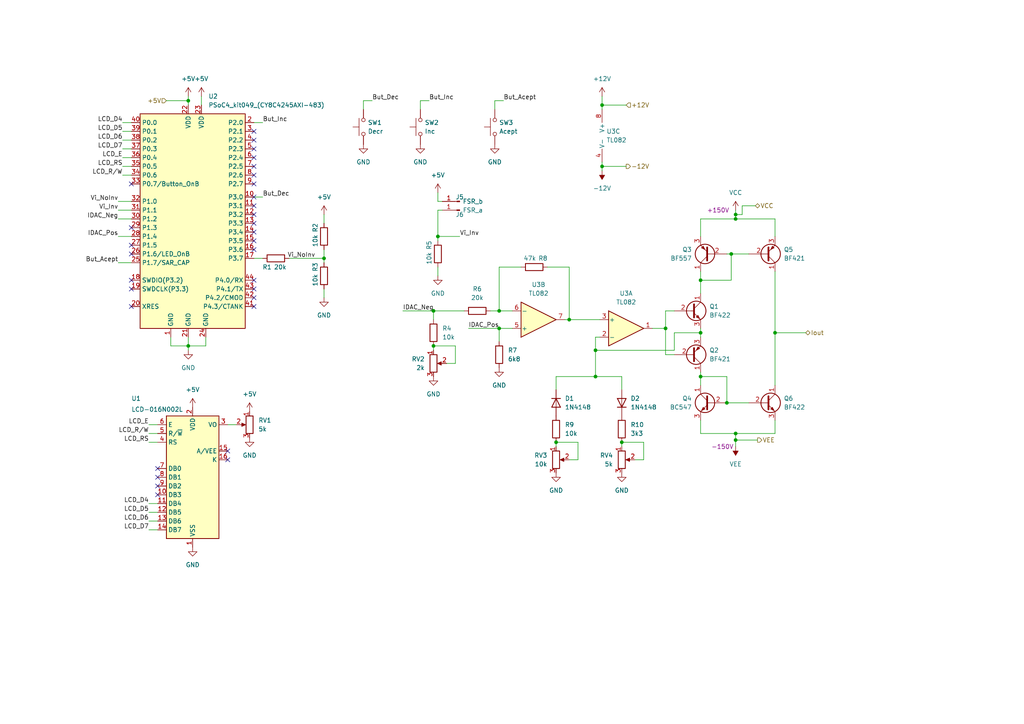
<source format=kicad_sch>
(kicad_sch (version 20211123) (generator eeschema)
  (paper "A4")
  (title_block (title "Control_con_PSoC4_y_Fuente_de_corriente") (date "2022-08-27") (rev "1") (company "FaCENA-UNNE") (comment 1 "Dispositivo para relevamiento de umbrales de sensibilidad tactil.") (comment 2 "Tesis MIB: García Cabrera, Jeremías A."))
  (lib_symbols
    (symbol "Amplifier_Operational:TL082" (pin_names (offset 0.127))
      (property "Reference" "U" (at 0 5.08 0))
      (property "Value" "TL082" (at 0 -5.08 0))
      (symbol "TL082_1_1"
        (polyline (pts (xy -5.08 5.08) (xy 5.08 0) (xy -5.08 -5.08) (xy -5.08 5.08)) (stroke (width 0.254)) (fill (type background)))
        (pin output line (at 7.62 0 180) (length 2.54) (name "~") (number "1"))
        (pin input line (at -7.62 -2.54 0) (length 2.54) (name "-") (number "2"))
        (pin input line (at -7.62 2.54 0) (length 2.54) (name "+") (number "3"))
      )
      (symbol "TL082_2_1"
        (polyline (pts (xy -5.08 5.08) (xy 5.08 0) (xy -5.08 -5.08) (xy -5.08 5.08)) (stroke (width 0.254)) (fill (type background)))
        (pin input line (at -7.62 2.54 0) (length 2.54) (name "+") (number "5"))
        (pin input line (at -7.62 -2.54 0) (length 2.54) (name "-") (number "6"))
        (pin output line (at 7.62 0 180) (length 2.54) (name "~") (number "7"))
      )
      (symbol "TL082_3_1"
        (pin power_in line (at -2.54 -7.62 90) (length 3.81) (name "V-") (number "4"))
        (pin power_in line (at -2.54 7.62 270) (length 3.81) (name "V+") (number "8"))
      )
    )
    (symbol "Connector:Conn_01x01_Male" (pin_names (offset 1.016) hide)
      (property "Reference" "J" (at 0 2.54 0))
      (property "Value" "Conn_01x01_Male" (at 0 -2.54 0))
      (symbol "Conn_01x01_Male_1_1"
        (polyline (pts (xy 1.27 0) (xy 0.8636 0)) (stroke (width 0.1524)))
        (rectangle (start 0.8636 0.127) (end 0 -0.127) (stroke (width 0.1524)) (fill (type outline)))
        (pin passive line (at 5.08 0 180) (length 3.81) (name "Pin_1") (number "1"))
      )
    )
    (symbol "Device:R" (pin_numbers hide) (pin_names (offset 0))
      (property "Reference" "R" (at 2.032 0 90))
      (property "Value" "R" (at 0 0 90))
      (symbol "R_0_1"
        (rectangle (start -1.016 -2.54) (end 1.016 2.54) (stroke (width 0.254)))
      )
      (symbol "R_1_1"
        (pin passive line (at 0 3.81 270) (length 1.27) (name "~") (number "1"))
        (pin passive line (at 0 -3.81 90) (length 1.27) (name "~") (number "2"))
      )
    )
    (symbol "Device:R_Potentiometer" (pin_names (offset 1.016) hide)
      (property "Reference" "RV" (at -4.445 0 90))
      (property "Value" "R_Potentiometer" (at -2.54 0 90))
      (symbol "R_Potentiometer_0_1"
        (polyline (pts (xy 2.54 0) (xy 1.524 0)))
        (polyline (pts (xy 1.143 0) (xy 2.286 0.508) (xy 2.286 -0.508) (xy 1.143 0)) (fill (type outline)))
        (rectangle (start 1.016 2.54) (end -1.016 -2.54) (stroke (width 0.254)))
      )
      (symbol "R_Potentiometer_1_1"
        (pin passive line (at 0 3.81 270) (length 1.27) (name "1") (number "1"))
        (pin passive line (at 3.81 0 180) (length 1.27) (name "2") (number "2"))
        (pin passive line (at 0 -3.81 90) (length 1.27) (name "3") (number "3"))
      )
    )
    (symbol "Diode:1N4148" (pin_numbers hide) (pin_names (offset 1.016) hide)
      (property "Reference" "D" (at 0 2.54 0))
      (property "Value" "1N4148" (at 0 -2.54 0))
      (symbol "1N4148_0_1"
        (polyline (pts (xy -1.27 1.27) (xy -1.27 -1.27)) (stroke (width 0.254)))
        (polyline (pts (xy 1.27 0) (xy -1.27 0)))
        (polyline (pts (xy 1.27 1.27) (xy 1.27 -1.27) (xy -1.27 0) (xy 1.27 1.27)) (stroke (width 0.254)))
      )
      (symbol "1N4148_1_1"
        (pin passive line (at -3.81 0 0) (length 2.54) (name "K") (number "1"))
        (pin passive line (at 3.81 0 180) (length 2.54) (name "A") (number "2"))
      )
    )
    (symbol "Display_Character:LCD-016N002L"
      (property "Reference" "U1" (at -17.78 22.86 0))
      (property "Value" "LCD-016N002L" (at -17.78 19.685 0))
      (symbol "LCD-016N002L_1_1"
        (rectangle (start -7.62 17.78) (end 7.62 -17.78) (stroke (width 0.254)) (fill (type background)))
        (pin power_in line (at 0 -20.32 90) (length 2.54) (name "VSS") (number "1"))
        (pin bidirectional line (at -10.16 -5.08 0) (length 2.54) (name "DB3") (number "10"))
        (pin bidirectional line (at -10.16 -7.62 0) (length 2.54) (name "DB4") (number "11"))
        (pin bidirectional line (at -10.16 -10.16 0) (length 2.54) (name "DB5") (number "12"))
        (pin bidirectional line (at -10.16 -12.7 0) (length 2.54) (name "DB6") (number "13"))
        (pin bidirectional line (at -10.16 -15.24 0) (length 2.54) (name "DB7") (number "14"))
        (pin power_in line (at 10.16 7.62 180) (length 2.54) (name "A/VEE") (number "15"))
        (pin power_in line (at 10.16 5.08 180) (length 2.54) (name "K") (number "16"))
        (pin power_in line (at 0 20.32 270) (length 2.54) (name "VDD") (number "2"))
        (pin input line (at 10.16 15.24 180) (length 2.54) (name "VO") (number "3"))
        (pin input line (at -10.16 10.16 0) (length 2.54) (name "RS") (number "4"))
        (pin input line (at -10.16 12.7 0) (length 2.54) (name "R/~{W}") (number "5"))
        (pin input line (at -10.16 15.24 0) (length 2.54) (name "E") (number "6"))
        (pin bidirectional line (at -10.16 2.54 0) (length 2.54) (name "DB0") (number "7"))
        (pin bidirectional line (at -10.16 0 0) (length 2.54) (name "DB1") (number "8"))
        (pin bidirectional line (at -10.16 -2.54 0) (length 2.54) (name "DB2") (number "9"))
      )
    )
    (symbol "PSoC4_kit049:PSoC4_kit049_(CY8C4245AXI-483)"
      (property "Reference" "U2" (at 2.0194 45.72 0))
      (property "Value" "PSoC4_kit049_(CY8C4245AXI-483)" (at 2.0194 43.18 0))
      (symbol "PSoC4_kit049_(CY8C4245AXI-483)_0_1"
        (rectangle (start -17.78 40.64) (end 12.7 -21.59) (stroke (width 0.254)) (fill (type background)))
      )
      (symbol "PSoC4_kit049_(CY8C4245AXI-483)_1_1"
        (pin power_in line (at -8.89 -24.13 90) (length 2.54) (name "GND") (number "1"))
        (pin bidirectional line (at 15.24 16.51 180) (length 2.54) (name "P3.0") (number "10"))
        (pin bidirectional line (at 15.24 13.97 180) (length 2.54) (name "P3.1") (number "11"))
        (pin bidirectional line (at 15.24 11.43 180) (length 2.54) (name "P3.2") (number "12"))
        (pin bidirectional line (at 15.24 8.89 180) (length 2.54) (name "P3.3") (number "13"))
        (pin bidirectional line (at 15.24 6.35 180) (length 2.54) (name "P3.4") (number "14"))
        (pin bidirectional line (at 15.24 3.81 180) (length 2.54) (name "P3.5") (number "15"))
        (pin bidirectional line (at 15.24 1.27 180) (length 2.54) (name "P3.6") (number "16"))
        (pin bidirectional line (at 15.24 -1.27 180) (length 2.54) (name "P3.7") (number "17"))
        (pin bidirectional line (at -20.32 -7.62 0) (length 2.54) (name "SWDIO(P3.2)") (number "18"))
        (pin bidirectional line (at -20.32 -10.16 0) (length 2.54) (name "SWDCLK(P3.3)") (number "19"))
        (pin bidirectional line (at 15.24 38.1 180) (length 2.54) (name "P2.0") (number "2"))
        (pin input line (at -20.32 -15.24 0) (length 2.54) (name "XRES") (number "20"))
        (pin power_in line (at -3.81 -24.13 90) (length 2.54) (name "GND") (number "21"))
        (pin power_in line (at -3.81 43.18 270) (length 2.54) (name "VDD") (number "22"))
        (pin power_in line (at 0 43.18 270) (length 2.54) (name "VDD") (number "23"))
        (pin power_in line (at 1.27 -24.13 90) (length 2.54) (name "GND") (number "24"))
        (pin bidirectional line (at -20.32 -2.54 0) (length 2.54) (name "P1.7/SAR_CAP") (number "25"))
        (pin bidirectional line (at -20.32 0 0) (length 2.54) (name "P1.6/LED_OnB") (number "26"))
        (pin bidirectional line (at -20.32 2.54 0) (length 2.54) (name "P1.5") (number "27"))
        (pin bidirectional line (at -20.32 5.08 0) (length 2.54) (name "P1.4") (number "28"))
        (pin bidirectional line (at -20.32 7.62 0) (length 2.54) (name "P1.3") (number "29"))
        (pin bidirectional line (at 15.24 35.56 180) (length 2.54) (name "P2.1") (number "3"))
        (pin bidirectional line (at -20.32 10.16 0) (length 2.54) (name "P1.2") (number "30"))
        (pin bidirectional line (at -20.32 12.7 0) (length 2.54) (name "P1.1") (number "31"))
        (pin bidirectional line (at -20.32 15.24 0) (length 2.54) (name "P1.0") (number "32"))
        (pin bidirectional line (at -20.32 20.32 0) (length 2.54) (name "P0.7/Button_OnB") (number "33"))
        (pin bidirectional line (at -20.32 22.86 0) (length 2.54) (name "P0.6") (number "34"))
        (pin bidirectional line (at -20.32 25.4 0) (length 2.54) (name "P0.5") (number "35"))
        (pin bidirectional line (at -20.32 27.94 0) (length 2.54) (name "P0.4") (number "36"))
        (pin bidirectional line (at -20.32 30.48 0) (length 2.54) (name "P0.3") (number "37"))
        (pin bidirectional line (at -20.32 33.02 0) (length 2.54) (name "P0.2") (number "38"))
        (pin bidirectional line (at -20.32 35.56 0) (length 2.54) (name "P0.1") (number "39"))
        (pin bidirectional line (at 15.24 33.02 180) (length 2.54) (name "P2.2") (number "4"))
        (pin bidirectional line (at -20.32 38.1 0) (length 2.54) (name "P0.0") (number "40"))
        (pin bidirectional line (at 15.24 -15.24 180) (length 2.54) (name "P4.3/CTANK") (number "41"))
        (pin bidirectional line (at 15.24 -12.7 180) (length 2.54) (name "P4.2/CMOD") (number "42"))
        (pin bidirectional line (at 15.24 -10.16 180) (length 2.54) (name "P4.1/TX") (number "43"))
        (pin bidirectional line (at 15.24 -7.62 180) (length 2.54) (name "P4.0/RX") (number "44"))
        (pin bidirectional line (at 15.24 30.48 180) (length 2.54) (name "P2.3") (number "5"))
        (pin bidirectional line (at 15.24 27.94 180) (length 2.54) (name "P2.4") (number "6"))
        (pin bidirectional line (at 15.24 25.4 180) (length 2.54) (name "P2.5") (number "7"))
        (pin bidirectional line (at 15.24 22.86 180) (length 2.54) (name "P2.6") (number "8"))
        (pin bidirectional line (at 15.24 20.32 180) (length 2.54) (name "P2.7") (number "9"))
      )
    )
    (symbol "Switch:SW_Push" (pin_numbers hide) (pin_names (offset 1.016) hide)
      (property "Reference" "SW" (at 1.27 2.54 0))
      (property "Value" "SW_Push" (at 0 -1.524 0))
      (symbol "SW_Push_0_1"
        (circle (center -2.032 0) (radius 0.508))
        (polyline (pts (xy 0 1.27) (xy 0 3.048)))
        (polyline (pts (xy 2.54 1.27) (xy -2.54 1.27)))
        (circle (center 2.032 0) (radius 0.508))
        (pin passive line (at -5.08 0 0) (length 2.54) (name "1") (number "1"))
        (pin passive line (at 5.08 0 180) (length 2.54) (name "2") (number "2"))
      )
    )
    (symbol "Transistor_BJT:BC547" (pin_names (offset 0) hide)
      (property "Reference" "Q" (at 5.08 1.905 0))
      (property "Value" "BC547" (at 5.08 0 0))
      (symbol "BC547_0_1"
        (polyline (pts (xy 0 0) (xy 0.635 0)))
        (polyline (pts (xy 0.635 0.635) (xy 2.54 2.54)))
        (polyline (pts (xy 0.635 -0.635) (xy 2.54 -2.54) (xy 2.54 -2.54)))
        (polyline (pts (xy 0.635 1.905) (xy 0.635 -1.905) (xy 0.635 -1.905)) (stroke (width 0.508)))
        (polyline (pts (xy 1.27 -1.778) (xy 1.778 -1.27) (xy 2.286 -2.286) (xy 1.27 -1.778) (xy 1.27 -1.778)) (fill (type outline)))
        (circle (center 1.27 0) (radius 2.8194) (stroke (width 0.254)))
      )
      (symbol "BC547_1_1"
        (pin passive line (at 2.54 5.08 270) (length 2.54) (name "C") (number "1"))
        (pin input line (at -5.08 0 0) (length 5.08) (name "B") (number "2"))
        (pin passive line (at 2.54 -5.08 90) (length 2.54) (name "E") (number "3"))
      )
    )
    (symbol "Transistor_BJT:BC557" (pin_names (offset 0) hide)
      (property "Reference" "Q" (at 5.08 1.905 0))
      (property "Value" "BC557" (at 5.08 0 0))
      (symbol "BC557_0_1"
        (polyline (pts (xy 0.635 0.635) (xy 2.54 2.54)))
        (polyline (pts (xy 0.635 -0.635) (xy 2.54 -2.54) (xy 2.54 -2.54)))
        (polyline (pts (xy 0.635 1.905) (xy 0.635 -1.905) (xy 0.635 -1.905)) (stroke (width 0.508)))
        (polyline (pts (xy 2.286 -1.778) (xy 1.778 -2.286) (xy 1.27 -1.27) (xy 2.286 -1.778) (xy 2.286 -1.778)) (fill (type outline)))
        (circle (center 1.27 0) (radius 2.8194) (stroke (width 0.254)))
      )
      (symbol "BC557_1_1"
        (pin passive line (at 2.54 5.08 270) (length 2.54) (name "C") (number "1"))
        (pin input line (at -5.08 0 0) (length 5.715) (name "B") (number "2"))
        (pin passive line (at 2.54 -5.08 90) (length 2.54) (name "E") (number "3"))
      )
    )
    (symbol "power:+12V" (power) (pin_names (offset 0))
      (property "Value" "+12V" (at 0 3.556 0))
      (symbol "+12V_0_1"
        (polyline (pts (xy -0.762 1.27) (xy 0 2.54)))
        (polyline (pts (xy 0 0) (xy 0 2.54)))
        (polyline (pts (xy 0 2.54) (xy 0.762 1.27)))
      )
      (symbol "+12V_1_1"
        (pin power_in line (at 0 0 90) (length 0) hide (name "+12V") (number "1"))
      )
    )
    (symbol "power:+5V" (power) (pin_names (offset 0))
      (property "Value" "+5V" (at 0 3.556 0))
      (symbol "+5V_0_1"
        (polyline (pts (xy -0.762 1.27) (xy 0 2.54)))
        (polyline (pts (xy 0 0) (xy 0 2.54)))
        (polyline (pts (xy 0 2.54) (xy 0.762 1.27)))
      )
      (symbol "+5V_1_1"
        (pin power_in line (at 0 0 90) (length 0) hide (name "+5V") (number "1"))
      )
    )
    (symbol "power:-12V" (power) (pin_names (offset 0))
      (property "Value" "-12V" (at 0 3.81 0))
      (symbol "-12V_0_0"
        (pin power_in line (at 0 0 90) (length 0) hide (name "-12V") (number "1"))
      )
      (symbol "-12V_0_1"
        (polyline (pts (xy 0 0) (xy 0 1.27) (xy 0.762 1.27) (xy 0 2.54) (xy -0.762 1.27) (xy 0 1.27)) (fill (type outline)))
      )
    )
    (symbol "power:GND" (power) (pin_names (offset 0))
      (property "Value" "GND" (at 0 -3.81 0))
      (symbol "GND_0_1"
        (polyline (pts (xy 0 0) (xy 0 -1.27) (xy 1.27 -1.27) (xy 0 -2.54) (xy -1.27 -1.27) (xy 0 -1.27)))
      )
      (symbol "GND_1_1"
        (pin power_in line (at 0 0 270) (length 0) hide (name "GND") (number "1"))
      )
    )
    (symbol "power:VCC" (power) (pin_names (offset 0))
      (property "Value" "VCC" (at 0 3.81 0))
      (symbol "VCC_0_1"
        (polyline (pts (xy -0.762 1.27) (xy 0 2.54)))
        (polyline (pts (xy 0 0) (xy 0 2.54)))
        (polyline (pts (xy 0 2.54) (xy 0.762 1.27)))
      )
      (symbol "VCC_1_1"
        (pin power_in line (at 0 0 90) (length 0) hide (name "VCC") (number "1"))
      )
    )
    (symbol "power:VEE" (power) (pin_names (offset 0))
      (property "Value" "VEE" (at 0 3.81 0))
      (symbol "VEE_0_1"
        (polyline (pts (xy 0 0) (xy 0 2.54)))
        (polyline (pts (xy 0.762 1.27) (xy -0.762 1.27) (xy 0 2.54) (xy 0.762 1.27)) (fill (type outline)))
      )
      (symbol "VEE_1_1"
        (pin power_in line (at 0 0 90) (length 0) hide (name "VEE") (number "1"))
      )
    )
  )
  (junction (at 210.82 116.84))
  (junction (at 161.29 128.27))
  (junction (at 213.36 63.5))
  (junction (at 174.625 30.48))
  (junction (at 144.78 95.25))
  (junction (at 213.36 127.635))
  (junction (at 172.72 109.22))
  (junction (at 193.04 95.25))
  (junction (at 203.2 81.28))
  (junction (at 165.1 92.71))
  (junction (at 125.73 90.17))
  (junction (at 127 68.58))
  (junction (at 203.2 109.22))
  (junction (at 203.2 96.52))
  (junction (at 54.61 100.33))
  (junction (at 144.78 90.17))
  (junction (at 172.72 101.6))
  (junction (at 93.98 74.93))
  (junction (at 174.625 48.26))
  (junction (at 54.61 29.21))
  (junction (at 213.36 125.73))
  (junction (at 180.34 128.27))
  (junction (at 224.79 96.52))
  (junction (at 213.36 62.23))
  (junction (at 125.73 100.33))
  (junction (at 212.09 73.66))
  (no_connect (at 73.66 81.28))
  (no_connect (at 73.66 83.82))
  (no_connect (at 73.66 86.36))
  (no_connect (at 73.66 88.9))
  (no_connect (at 73.66 72.39))
  (no_connect (at 38.1 53.34))
  (no_connect (at 38.1 88.9))
  (no_connect (at 38.1 83.82))
  (no_connect (at 38.1 81.28))
  (no_connect (at 38.1 73.66))
  (no_connect (at 38.1 71.12))
  (no_connect (at 38.1 66.04))
  (no_connect (at 66.04 130.81))
  (no_connect (at 66.04 133.35))
  (no_connect (at 73.66 50.8))
  (no_connect (at 73.66 48.26))
  (no_connect (at 73.66 45.72))
  (no_connect (at 73.66 43.18))
  (no_connect (at 73.66 40.64))
  (no_connect (at 73.66 38.1))
  (no_connect (at 73.66 57.15))
  (no_connect (at 73.66 53.34))
  (no_connect (at 73.66 59.69))
  (no_connect (at 73.66 62.23))
  (no_connect (at 73.66 64.77))
  (no_connect (at 73.66 67.31))
  (no_connect (at 73.66 69.85))
  (no_connect (at 45.72 135.89))
  (no_connect (at 45.72 138.43))
  (no_connect (at 45.72 140.97))
  (no_connect (at 45.72 143.51))
  (wire (pts (xy 161.29 109.22) (xy 172.72 109.22)))
  (wire (pts (xy 121.92 29.21) (xy 121.92 31.75)))
  (wire (pts (xy 144.78 77.47) (xy 144.78 90.17)))
  (wire (pts (xy 93.98 74.93) (xy 93.98 76.2)))
  (wire (pts (xy 180.34 109.22) (xy 180.34 113.03)))
  (wire (pts (xy 54.61 29.21) (xy 54.61 30.48)))
  (wire (pts (xy 215.265 59.69) (xy 215.265 62.23)))
  (wire (pts (xy 35.56 35.56) (xy 38.1 35.56)))
  (wire (pts (xy 195.58 96.52) (xy 203.2 96.52)))
  (wire (pts (xy 54.61 27.94) (xy 54.61 29.21)))
  (wire (pts (xy 195.58 96.52) (xy 195.58 101.6)))
  (wire (pts (xy 73.66 74.93) (xy 76.2 74.93)))
  (wire (pts (xy 125.73 92.71) (xy 125.73 90.17)))
  (wire (pts (xy 54.61 100.33) (xy 54.61 97.79)))
  (wire (pts (xy 174.625 49.53) (xy 174.625 48.26)))
  (wire (pts (xy 144.78 95.25) (xy 148.59 95.25)))
  (wire (pts (xy 34.29 76.2) (xy 38.1 76.2)))
  (wire (pts (xy 213.36 125.73) (xy 213.36 127.635)))
  (wire (pts (xy 34.29 63.5) (xy 38.1 63.5)))
  (wire (pts (xy 224.79 63.5) (xy 224.79 68.58)))
  (wire (pts (xy 54.61 101.6) (xy 54.61 100.33)))
  (wire (pts (xy 163.83 92.71) (xy 165.1 92.71)))
  (wire (pts (xy 174.625 30.48) (xy 174.625 31.75)))
  (wire (pts (xy 203.2 121.92) (xy 203.2 125.73)))
  (wire (pts (xy 34.29 68.58) (xy 38.1 68.58)))
  (wire (pts (xy 73.66 35.56) (xy 76.2 35.56)))
  (wire (pts (xy 43.18 153.67) (xy 45.72 153.67)))
  (wire (pts (xy 43.18 151.13) (xy 45.72 151.13)))
  (wire (pts (xy 127 69.85) (xy 127 68.58)))
  (wire (pts (xy 127 60.96) (xy 128.27 60.96)))
  (wire (pts (xy 144.78 99.06) (xy 144.78 95.25)))
  (wire (pts (xy 34.29 58.42) (xy 38.1 58.42)))
  (wire (pts (xy 127 60.96) (xy 127 68.58)))
  (wire (pts (xy 83.82 74.93) (xy 93.98 74.93)))
  (wire (pts (xy 210.82 109.22) (xy 210.82 116.84)))
  (wire (pts (xy 219.075 59.69) (xy 215.265 59.69)))
  (wire (pts (xy 165.1 133.35) (xy 167.64 133.35)))
  (wire (pts (xy 107.95 29.21) (xy 105.41 29.21)))
  (wire (pts (xy 203.2 68.58) (xy 203.2 63.5)))
  (wire (pts (xy 35.56 45.72) (xy 38.1 45.72)))
  (wire (pts (xy 212.09 73.66) (xy 217.17 73.66)))
  (wire (pts (xy 210.82 116.84) (xy 217.17 116.84)))
  (wire (pts (xy 128.27 58.42) (xy 127 58.42)))
  (wire (pts (xy 203.2 81.28) (xy 203.2 85.09)))
  (wire (pts (xy 203.2 107.95) (xy 203.2 109.22)))
  (wire (pts (xy 105.41 29.21) (xy 105.41 31.75)))
  (wire (pts (xy 213.36 62.23) (xy 215.265 62.23)))
  (wire (pts (xy 203.2 109.22) (xy 210.82 109.22)))
  (wire (pts (xy 181.61 30.48) (xy 174.625 30.48)))
  (wire (pts (xy 224.79 96.52) (xy 224.79 111.76)))
  (wire (pts (xy 174.625 27.94) (xy 174.625 30.48)))
  (wire (pts (xy 203.2 78.74) (xy 203.2 81.28)))
  (wire (pts (xy 93.98 83.82) (xy 93.98 86.36)))
  (wire (pts (xy 212.09 81.28) (xy 212.09 73.66)))
  (wire (pts (xy 203.2 95.25) (xy 203.2 96.52)))
  (wire (pts (xy 161.29 128.27) (xy 161.29 129.54)))
  (wire (pts (xy 125.73 90.17) (xy 134.62 90.17)))
  (wire (pts (xy 143.51 29.21) (xy 143.51 31.75)))
  (wire (pts (xy 116.84 90.17) (xy 125.73 90.17)))
  (wire (pts (xy 124.46 29.21) (xy 121.92 29.21)))
  (wire (pts (xy 213.36 62.23) (xy 213.36 63.5)))
  (wire (pts (xy 66.04 123.19) (xy 68.58 123.19)))
  (wire (pts (xy 195.58 90.17) (xy 193.04 90.17)))
  (wire (pts (xy 186.69 128.27) (xy 180.34 128.27)))
  (wire (pts (xy 172.72 109.22) (xy 180.34 109.22)))
  (wire (pts (xy 129.54 105.41) (xy 132.08 105.41)))
  (wire (pts (xy 58.42 27.94) (xy 58.42 30.48)))
  (wire (pts (xy 43.18 125.73) (xy 45.72 125.73)))
  (wire (pts (xy 125.73 100.33) (xy 125.73 101.6)))
  (wire (pts (xy 174.625 48.26) (xy 174.625 46.99)))
  (wire (pts (xy 35.56 40.64) (xy 38.1 40.64)))
  (wire (pts (xy 210.82 73.66) (xy 212.09 73.66)))
  (wire (pts (xy 213.36 60.96) (xy 213.36 62.23)))
  (wire (pts (xy 172.72 101.6) (xy 195.58 101.6)))
  (wire (pts (xy 146.05 29.21) (xy 143.51 29.21)))
  (wire (pts (xy 127 68.58) (xy 133.35 68.58)))
  (wire (pts (xy 224.79 121.92) (xy 224.79 125.73)))
  (wire (pts (xy 93.98 62.23) (xy 93.98 64.77)))
  (wire (pts (xy 144.78 90.17) (xy 148.59 90.17)))
  (wire (pts (xy 174.625 48.26) (xy 181.61 48.26)))
  (wire (pts (xy 43.18 128.27) (xy 45.72 128.27)))
  (wire (pts (xy 165.1 92.71) (xy 173.99 92.71)))
  (wire (pts (xy 193.04 95.25) (xy 193.04 102.87)))
  (wire (pts (xy 59.69 97.79) (xy 59.69 100.33)))
  (wire (pts (xy 135.89 95.25) (xy 144.78 95.25)))
  (wire (pts (xy 93.98 72.39) (xy 93.98 74.93)))
  (wire (pts (xy 142.24 90.17) (xy 144.78 90.17)))
  (wire (pts (xy 43.18 123.19) (xy 45.72 123.19)))
  (wire (pts (xy 34.29 60.96) (xy 38.1 60.96)))
  (wire (pts (xy 189.23 95.25) (xy 193.04 95.25)))
  (wire (pts (xy 167.64 128.27) (xy 161.29 128.27)))
  (wire (pts (xy 180.34 128.27) (xy 180.34 129.54)))
  (wire (pts (xy 35.56 38.1) (xy 38.1 38.1)))
  (wire (pts (xy 35.56 48.26) (xy 38.1 48.26)))
  (wire (pts (xy 35.56 50.8) (xy 38.1 50.8)))
  (wire (pts (xy 167.64 133.35) (xy 167.64 128.27)))
  (wire (pts (xy 213.36 125.73) (xy 224.79 125.73)))
  (wire (pts (xy 158.75 77.47) (xy 165.1 77.47)))
  (wire (pts (xy 43.18 146.05) (xy 45.72 146.05)))
  (wire (pts (xy 224.79 96.52) (xy 233.68 96.52)))
  (wire (pts (xy 172.72 97.79) (xy 172.72 101.6)))
  (wire (pts (xy 203.2 109.22) (xy 203.2 111.76)))
  (wire (pts (xy 76.2 57.15) (xy 73.66 57.15)))
  (wire (pts (xy 165.1 77.47) (xy 165.1 92.71)))
  (wire (pts (xy 132.08 105.41) (xy 132.08 100.33)))
  (wire (pts (xy 203.2 81.28) (xy 212.09 81.28)))
  (wire (pts (xy 193.04 102.87) (xy 195.58 102.87)))
  (wire (pts (xy 213.36 127.635) (xy 213.36 129.54)))
  (wire (pts (xy 151.13 77.47) (xy 144.78 77.47)))
  (wire (pts (xy 59.69 100.33) (xy 54.61 100.33)))
  (wire (pts (xy 184.15 133.35) (xy 186.69 133.35)))
  (wire (pts (xy 213.36 63.5) (xy 224.79 63.5)))
  (wire (pts (xy 125.73 100.33) (xy 132.08 100.33)))
  (wire (pts (xy 35.56 43.18) (xy 38.1 43.18)))
  (wire (pts (xy 172.72 97.79) (xy 173.99 97.79)))
  (wire (pts (xy 49.53 100.33) (xy 54.61 100.33)))
  (wire (pts (xy 49.53 97.79) (xy 49.53 100.33)))
  (wire (pts (xy 213.36 127.635) (xy 219.71 127.635)))
  (wire (pts (xy 203.2 125.73) (xy 213.36 125.73)))
  (wire (pts (xy 48.26 29.21) (xy 54.61 29.21)))
  (wire (pts (xy 127 58.42) (xy 127 55.88)))
  (wire (pts (xy 203.2 63.5) (xy 213.36 63.5)))
  (wire (pts (xy 193.04 90.17) (xy 193.04 95.25)))
  (wire (pts (xy 172.72 101.6) (xy 172.72 109.22)))
  (wire (pts (xy 161.29 113.03) (xy 161.29 109.22)))
  (wire (pts (xy 43.18 148.59) (xy 45.72 148.59)))
  (wire (pts (xy 224.79 78.74) (xy 224.79 96.52)))
  (wire (pts (xy 186.69 133.35) (xy 186.69 128.27)))
  (wire (pts (xy 203.2 96.52) (xy 203.2 97.79)))
  (wire (pts (xy 127 77.47) (xy 127 80.01)))
  (label "LCD_D6" (at 35.56 40.64 180))
  (label "LCD_E" (at 35.56 45.72 180))
  (label "But_Dec" (at 107.95 29.21 0))
  (label "LCD_D5" (at 43.18 148.59 180))
  (label "LCD_R{slash}W" (at 43.18 125.73 180))
  (label "LCD_D7" (at 35.56 43.18 180))
  (label "IDAC_Neg" (at 116.84 90.17 0))
  (label "But_Acept" (at 34.29 76.2 180))
  (label "IDAC_Pos" (at 135.89 95.25 0))
  (label "LCD_R{slash}W" (at 35.56 50.8 180))
  (label "LCD_RS" (at 35.56 48.26 180))
  (label "LCD_D7" (at 43.18 153.67 180))
  (label "Vi_Inv" (at 34.29 60.96 180))
  (label "LCD_D4" (at 35.56 35.56 180))
  (label "LCD_E" (at 43.18 123.19 180))
  (label "But_Inc" (at 124.46 29.21 0))
  (label "But_Acept" (at 146.05 29.21 0))
  (label "But_Dec" (at 76.2 57.15 0))
  (label "IDAC_Pos" (at 34.29 68.58 180))
  (label "Vi_Inv" (at 133.35 68.58 0))
  (label "LCD_D5" (at 35.56 38.1 180))
  (label "Vi_NoInv" (at 34.29 58.42 180))
  (label "But_Inc" (at 76.2 35.56 0))
  (label "Vi_NoInv" (at 91.44 74.93 180))
  (label "LCD_RS" (at 43.18 128.27 180))
  (label "LCD_D4" (at 43.18 146.05 180))
  (label "LCD_D6" (at 43.18 151.13 180))
  (label "IDAC_Neg" (at 34.29 63.5 180))
  (hierarchical_label "+12V" (shape input) (at 181.61 30.48 0))
  (hierarchical_label "VEE" (shape output) (at 219.71 127.635 0))
  (hierarchical_label "+5V" (shape input) (at 48.26 29.21 180))
  (hierarchical_label "VCC" (shape bidirectional) (at 219.075 59.69 0))
  (hierarchical_label "-12V" (shape output) (at 181.61 48.26 0))
  (hierarchical_label "Iout" (shape bidirectional) (at 233.68 96.52 0))
  (symbol (lib_id "Diode:1N4148") (at 180.34 116.84 90) (unit 1)
    (property "Reference" "D2" (at 182.88 115.5699 90) (effects (justify right)))
    (property "Value" "1N4148" (at 182.88 118.1099 90) (effects (justify right)))
    (property "Footprint" "Diode_THT:D_DO-41_SOD81_P7.62mm_Horizontal" (effects hide))
    (property "Datasheet" "https://assets.nexperia.com/documents/data-sheet/1N4148_1N4448.pdf" (effects hide))
  )
  (symbol (lib_id "power:-12V") (at 174.625 49.53 180) (unit 1)
    (property "Reference" "#PWR021" (effects hide))
    (property "Value" "-12V" (at 174.625 54.61 0))
  )
  (symbol (lib_id "Device:R_Potentiometer") (at 180.34 133.35 0) (unit 1)
    (property "Reference" "RV4" (at 177.8 132.0799 0) (effects (justify right)))
    (property "Value" "5k" (at 177.8 134.6199 0) (effects (justify right)))
    (property "Footprint" "Potentiometer_THT:Potentiometer_Bourns_3296W_Vertical" (effects hide))
  )
  (symbol (lib_id "Device:R") (at 80.01 74.93 270) (unit 1)
    (property "Reference" "R1" (at 77.47 77.47 90))
    (property "Value" "20k" (at 81.28 77.47 90))
    (property "Footprint" "Resistor_THT:R_Axial_DIN0207_L6.3mm_D2.5mm_P10.16mm_Horizontal" (effects hide))
    (property "Potencia" "1/8w" (effects hide))
    (property "Tolerancia" "1%" (effects hide))
  )
  (symbol (lib_id "Diode:1N4148") (at 161.29 116.84 270) (unit 1)
    (property "Reference" "D1" (at 163.83 115.5699 90) (effects (justify left)))
    (property "Value" "1N4148" (at 163.83 118.1099 90) (effects (justify left)))
    (property "Footprint" "Diode_THT:D_DO-41_SOD81_P7.62mm_Horizontal" (effects hide))
    (property "Datasheet" "https://assets.nexperia.com/documents/data-sheet/1N4148_1N4448.pdf" (effects hide))
  )
  (symbol (lib_id "Amplifier_Operational:TL082") (at 177.165 39.37 0) (unit 3)
    (property "Reference" "U3" (at 175.895 38.0999 0) (effects (justify left)))
    (property "Value" "TL082" (at 175.895 40.6399 0) (effects (justify left)))
    (property "Footprint" "Package_DIP:DIP-8_W10.16mm_LongPads" (effects hide))
    (property "Datasheet" "http://www.ti.com/lit/ds/symlink/tl081.pdf" (effects hide))
  )
  (symbol (lib_id "Device:R") (at 125.73 96.52 180) (unit 1)
    (property "Reference" "R4" (at 128.27 95.2499 0) (effects (justify right)))
    (property "Value" "10k" (at 128.27 97.7899 0) (effects (justify right)))
    (property "Footprint" "Resistor_THT:R_Axial_DIN0207_L6.3mm_D2.5mm_P10.16mm_Horizontal" (effects hide))
    (property "Potencia" "1/8w" (effects hide))
    (property "Tolerancia" "1%" (effects hide))
  )
  (symbol (lib_id "Transistor_BJT:BC557") (at 200.66 102.87 0) (mirror x) (unit 1)
    (property "Reference" "Q2" (at 205.74 101.5999 0) (effects (justify left)))
    (property "Value" "BF421" (at 205.74 104.1399 0) (effects (justify left)))
    (property "Footprint" "Proyecto_MIB:BF42X" (effects hide))
    (property "Datasheet" "https://www.onsemi.com/pub/Collateral/BC556BTA-D.pdf" (effects hide))
  )
  (symbol (lib_id "power:GND") (at 121.92 41.91 0) (unit 1)
    (property "Reference" "#PWR013" (effects hide))
    (property "Value" "GND" (at 121.92 46.99 0))
  )
  (symbol (lib_id "Switch:SW_Push") (at 121.92 36.83 90) (unit 1)
    (property "Reference" "SW2" (at 123.19 35.5599 90) (effects (justify right)))
    (property "Value" "Inc" (at 123.19 38.0999 90) (effects (justify right)))
    (property "Footprint" "Button_Switch_THT:SW_PUSH_6mm_H7.3mm" (effects hide))
  )
  (symbol (lib_id "power:+5V") (at 93.98 62.23 0) (unit 1)
    (property "Reference" "#PWR010" (effects hide))
    (property "Value" "+5V" (at 93.98 57.15 0))
  )
  (symbol (lib_id "Transistor_BJT:BC547") (at 200.66 90.17 0) (unit 1)
    (property "Reference" "Q1" (at 205.74 88.8999 0) (effects (justify left)))
    (property "Value" "BF422" (at 205.74 91.4399 0) (effects (justify left)))
    (property "Footprint" "Proyecto_MIB:BF42X" (effects hide))
    (property "Datasheet" "https://www.onsemi.com/pub/Collateral/BC550-D.pdf" (effects hide))
  )
  (symbol (lib_id "Device:R") (at 93.98 68.58 180) (unit 1)
    (property "Reference" "R2" (at 91.44 66.04 90))
    (property "Value" "10k" (at 91.44 69.85 90))
    (property "Footprint" "Resistor_THT:R_Axial_DIN0207_L6.3mm_D2.5mm_P10.16mm_Horizontal" (effects hide))
    (property "Potencia" "1/8w" (effects hide))
    (property "Tolerancia" "1%" (effects hide))
  )
  (symbol (lib_id "Device:R_Potentiometer") (at 125.73 105.41 0) (unit 1)
    (property "Reference" "RV2" (at 123.19 104.1399 0) (effects (justify right)))
    (property "Value" "2k" (at 123.19 106.6799 0) (effects (justify right)))
    (property "Footprint" "Potentiometer_THT:Potentiometer_Bourns_3296W_Vertical" (effects hide))
  )
  (symbol (lib_id "Device:R") (at 180.34 124.46 180) (unit 1)
    (property "Reference" "R10" (at 182.88 123.1899 0) (effects (justify right)))
    (property "Value" "3k3" (at 182.88 125.7299 0) (effects (justify right)))
    (property "Footprint" "Resistor_THT:R_Axial_DIN0207_L6.3mm_D2.5mm_P10.16mm_Horizontal" (effects hide))
    (property "Potencia" "1/8w" (effects hide))
    (property "Tolerancia" "1%" (effects hide))
  )
  (symbol (lib_id "power:GND") (at 54.61 101.6 0) (unit 1)
    (property "Reference" "#PWR04" (effects hide))
    (property "Value" "GND" (at 54.61 106.68 0))
  )
  (symbol (lib_id "power:GND") (at 127 80.01 0) (unit 1)
    (property "Reference" "#PWR016" (effects hide))
    (property "Value" "GND" (at 127 85.09 0))
  )
  (symbol (lib_id "Transistor_BJT:BC557") (at 222.25 73.66 0) (mirror x) (unit 1)
    (property "Reference" "Q5" (at 227.33 72.3899 0) (effects (justify left)))
    (property "Value" "BF421" (at 227.33 74.9299 0) (effects (justify left)))
    (property "Footprint" "Proyecto_MIB:BF42X" (effects hide))
    (property "Datasheet" "https://www.onsemi.com/pub/Collateral/BC556BTA-D.pdf" (effects hide))
  )
  (symbol (lib_id "power:GND") (at 72.39 127 0) (mirror y) (unit 1)
    (property "Reference" "#PWR09" (effects hide))
    (property "Value" "GND" (at 72.39 132.08 0))
  )
  (symbol (lib_id "power:VEE") (at 213.36 129.54 180) (unit 1)
    (property "Reference" "#PWR024" (effects hide))
    (property "Value" "VEE" (at 213.36 134.62 0))
    (property "Tensión" "-150V" (at 209.55 129.54 0))
  )
  (symbol (lib_id "Connector:Conn_01x01_Male") (at 133.35 60.96 180) (unit 1)
    (property "Reference" "J6" (at 133.35 62.23 0))
    (property "Value" "FSR_a" (at 137.16 60.96 0))
    (property "Footprint" "Connector_Pin:Pin_D0.9mm_L10.0mm_W2.4mm_FlatFork" (effects hide))
  )
  (symbol (lib_id "power:GND") (at 143.51 41.91 0) (unit 1)
    (property "Reference" "#PWR017" (effects hide))
    (property "Value" "GND" (at 143.51 46.99 0))
  )
  (symbol (lib_id "Transistor_BJT:BC547") (at 222.25 116.84 0) (unit 1)
    (property "Reference" "Q6" (at 227.33 115.5699 0) (effects (justify left)))
    (property "Value" "BF422" (at 227.33 118.1099 0) (effects (justify left)))
    (property "Footprint" "Proyecto_MIB:BF42X" (effects hide))
    (property "Datasheet" "https://www.onsemi.com/pub/Collateral/BC550-D.pdf" (effects hide))
  )
  (symbol (lib_id "power:+5V") (at 58.42 27.94 0) (unit 1)
    (property "Reference" "#PWR07" (effects hide))
    (property "Value" "+5V" (at 58.42 22.86 0))
  )
  (symbol (lib_id "power:GND") (at 180.34 137.16 0) (unit 1)
    (property "Reference" "#PWR022" (effects hide))
    (property "Value" "GND" (at 180.34 142.24 0))
  )
  (symbol (lib_id "Device:R_Potentiometer") (at 161.29 133.35 0) (unit 1)
    (property "Reference" "RV3" (at 158.75 132.0799 0) (effects (justify right)))
    (property "Value" "10k" (at 158.75 134.6199 0) (effects (justify right)))
    (property "Footprint" "Potentiometer_THT:Potentiometer_Bourns_3296W_Vertical" (effects hide))
  )
  (symbol (lib_id "Device:R_Potentiometer") (at 72.39 123.19 0) (mirror y) (unit 1)
    (property "Reference" "RV1" (at 74.93 121.9199 0) (effects (justify right)))
    (property "Value" "5k" (at 74.93 124.4599 0) (effects (justify right)))
    (property "Footprint" "Potentiometer_THT:Potentiometer_Bourns_3296W_Vertical" (effects hide))
  )
  (symbol (lib_id "power:GND") (at 93.98 86.36 0) (unit 1)
    (property "Reference" "#PWR011" (effects hide))
    (property "Value" "GND" (at 93.98 91.44 0))
  )
  (symbol (lib_id "Transistor_BJT:BC547") (at 205.74 116.84 0) (mirror y) (unit 1)
    (property "Reference" "Q4" (at 200.66 115.5699 0) (effects (justify left)))
    (property "Value" "BC547" (at 200.66 118.1099 0) (effects (justify left)))
    (property "Footprint" "Proyecto_MIB:BF42X" (effects hide))
    (property "Datasheet" "https://www.onsemi.com/pub/Collateral/BC550-D.pdf" (effects hide))
  )
  (symbol (lib_id "power:GND") (at 55.88 158.75 0) (unit 1)
    (property "Reference" "#PWR06" (effects hide))
    (property "Value" "GND" (at 55.88 163.83 0))
  )
  (symbol (lib_id "power:+5V") (at 55.88 118.11 0) (unit 1)
    (property "Reference" "#PWR05" (effects hide))
    (property "Value" "+5V" (at 55.88 113.03 0))
  )
  (symbol (lib_id "power:GND") (at 144.78 106.68 0) (unit 1)
    (property "Reference" "#PWR018" (effects hide))
    (property "Value" "GND" (at 144.78 111.76 0))
  )
  (symbol (lib_id "Switch:SW_Push") (at 105.41 36.83 90) (unit 1)
    (property "Reference" "SW1" (at 106.68 35.5599 90) (effects (justify right)))
    (property "Value" "Decr" (at 106.68 38.0999 90) (effects (justify right)))
    (property "Footprint" "Button_Switch_THT:SW_PUSH_6mm_H7.3mm" (effects hide))
  )
  (symbol (lib_id "Device:R") (at 127 73.66 180) (unit 1)
    (property "Reference" "R5" (at 124.46 71.12 90))
    (property "Value" "10k" (at 124.46 74.93 90))
    (property "Footprint" "Resistor_THT:R_Axial_DIN0207_L6.3mm_D2.5mm_P10.16mm_Horizontal" (effects hide))
    (property "Potencia" "1/8w" (effects hide))
    (property "Tolerancia" "1%" (effects hide))
  )
  (symbol (lib_id "Device:R") (at 93.98 80.01 180) (unit 1)
    (property "Reference" "R3" (at 91.44 77.47 90))
    (property "Value" "10k" (at 91.44 81.28 90))
    (property "Footprint" "Resistor_THT:R_Axial_DIN0207_L6.3mm_D2.5mm_P10.16mm_Horizontal" (effects hide))
    (property "Potencia" "1/8w" (effects hide))
    (property "Tolerancia" "1%" (effects hide))
  )
  (symbol (lib_id "Device:R") (at 161.29 124.46 180) (unit 1)
    (property "Reference" "R9" (at 163.83 123.1899 0) (effects (justify right)))
    (property "Value" "10k" (at 163.83 125.7299 0) (effects (justify right)))
    (property "Footprint" "Resistor_THT:R_Axial_DIN0207_L6.3mm_D2.5mm_P10.16mm_Horizontal" (effects hide))
    (property "Potencia" "1/8w" (effects hide))
    (property "Tolerancia" "1%" (effects hide))
  )
  (symbol (lib_id "Device:R") (at 144.78 102.87 0) (unit 1)
    (property "Reference" "R7" (at 147.32 101.5999 0) (effects (justify left)))
    (property "Value" "6k8" (at 147.32 104.1399 0) (effects (justify left)))
    (property "Footprint" "Resistor_THT:R_Axial_DIN0207_L6.3mm_D2.5mm_P10.16mm_Horizontal" (effects hide))
    (property "Potencia" "1/8w" (effects hide))
    (property "Tolerancia" "1%" (effects hide))
  )
  (symbol (lib_id "power:+12V") (at 174.625 27.94 0) (unit 1)
    (property "Reference" "#PWR020" (effects hide))
    (property "Value" "+12V" (at 174.625 22.86 0))
  )
  (symbol (lib_id "power:+5V") (at 72.39 119.38 0) (unit 1)
    (property "Reference" "#PWR08" (effects hide))
    (property "Value" "+5V" (at 72.39 114.3 0))
  )
  (symbol (lib_id "Device:R") (at 138.43 90.17 90) (unit 1)
    (property "Reference" "R6" (at 138.43 83.82 90))
    (property "Value" "20k" (at 138.43 86.36 90))
    (property "Footprint" "Resistor_THT:R_Axial_DIN0207_L6.3mm_D2.5mm_P10.16mm_Horizontal" (effects hide))
    (property "Potencia" "1/8W" (effects hide))
    (property "Tolerancia" "1%" (effects hide))
  )
  (symbol (lib_id "power:+5V") (at 54.61 27.94 0) (unit 1)
    (property "Reference" "#PWR03" (effects hide))
    (property "Value" "+5V" (at 54.61 22.86 0))
  )
  (symbol (lib_id "PSoC4_kit049:PSoC4_kit049_(CY8C4245AXI-483)") (at 58.42 73.66 0) (unit 1)
    (property "Reference" "U2" (at 60.4394 27.94 0) (effects (justify left)))
    (property "Value" "PSoC4_kit049_(CY8C4245AXI-483)" (at 60.4394 30.48 0) (effects (justify left)))
    (property "Footprint" "Proyecto_MIB:PinSocket_2x22_P2.54mm_Vertical_3" (effects hide))
    (property "Datasheet" "https://www.infineon.com/dgdl/Infineon-CY8CKIT-049-4xxx_PSoC_4_Prototyping_Kit_Guide-UserManual-v01_00-EN.pdf?fileId=8ac78c8c7d0d8da4017d0ef17bd002cb" (effects hide))
  )
  (symbol (lib_id "Display_Character:LCD-016N002L") (at 55.88 138.43 0) (unit 1)
    (property "Reference" "U1" (at 38.1 115.57 0) (effects (justify left)))
    (property "Value" "LCD-016N002L" (at 38.1 118.745 0) (effects (justify left)))
    (property "Footprint" "Proyecto_MIB:LCD_pinsonly" (effects hide))
    (property "Datasheet" "http://www.vishay.com/docs/37299/37299.pdf" (effects hide))
  )
  (symbol (lib_id "Connector:Conn_01x01_Male") (at 133.35 58.42 180) (unit 1)
    (property "Reference" "J5" (at 133.35 57.15 0))
    (property "Value" "FSR_b" (at 137.16 58.42 0))
    (property "Footprint" "Connector_Pin:Pin_D0.9mm_L10.0mm_W2.4mm_FlatFork" (effects hide))
  )
  (symbol (lib_id "power:GND") (at 125.73 109.22 0) (unit 1)
    (property "Reference" "#PWR014" (effects hide))
    (property "Value" "GND" (at 125.73 114.3 0))
  )
  (symbol (lib_id "power:+5V") (at 127 55.88 0) (unit 1)
    (property "Reference" "#PWR015" (effects hide))
    (property "Value" "+5V" (at 127 50.8 0))
  )
  (symbol (lib_id "power:VCC") (at 213.36 60.96 0) (unit 1)
    (property "Reference" "#PWR023" (effects hide))
    (property "Value" "VCC" (at 213.36 55.88 0))
    (property "Tensión " "+150V" (at 208.28 60.96 0))
  )
  (symbol (lib_id "Amplifier_Operational:TL082") (at 156.21 92.71 0) (mirror x) (unit 2)
    (property "Reference" "U3" (at 156.21 82.55 0))
    (property "Value" "TL082" (at 156.21 85.09 0))
    (property "Footprint" "Package_DIP:DIP-8_W10.16mm_LongPads" (effects hide))
    (property "Datasheet" "http://www.ti.com/lit/ds/symlink/tl081.pdf" (effects hide))
  )
  (symbol (lib_id "power:GND") (at 161.29 137.16 0) (unit 1)
    (property "Reference" "#PWR019" (effects hide))
    (property "Value" "GND" (at 161.29 142.24 0))
  )
  (symbol (lib_id "power:GND") (at 105.41 41.91 0) (unit 1)
    (property "Reference" "#PWR012" (effects hide))
    (property "Value" "GND" (at 105.41 46.99 0))
  )
  (symbol (lib_id "Transistor_BJT:BC557") (at 205.74 73.66 180) (unit 1)
    (property "Reference" "Q3" (at 200.66 72.3899 0) (effects (justify left)))
    (property "Value" "BF557" (at 200.66 74.9299 0) (effects (justify left)))
    (property "Footprint" "Proyecto_MIB:BF42X" (effects hide))
    (property "Datasheet" "https://www.onsemi.com/pub/Collateral/BC556BTA-D.pdf" (effects hide))
  )
  (symbol (lib_id "Amplifier_Operational:TL082") (at 181.61 95.25 0) (unit 1)
    (property "Reference" "U3" (at 181.61 85.09 0))
    (property "Value" "TL082" (at 181.61 87.63 0))
    (property "Footprint" "Package_DIP:DIP-8_W10.16mm_LongPads" (effects hide))
    (property "Datasheet" "http://www.ti.com/lit/ds/symlink/tl081.pdf" (effects hide))
  )
  (symbol (lib_id "Switch:SW_Push") (at 143.51 36.83 90) (unit 1)
    (property "Reference" "SW3" (at 144.78 35.5599 90) (effects (justify right)))
    (property "Value" "Acept" (at 144.78 38.0999 90) (effects (justify right)))
    (property "Footprint" "Button_Switch_THT:SW_PUSH_6mm_H7.3mm" (effects hide))
  )
  (symbol (lib_id "Device:R") (at 154.94 77.47 90) (unit 1)
    (property "Reference" "R8" (at 157.48 74.93 90))
    (property "Value" "47k" (at 153.67 74.93 90))
    (property "Footprint" "Resistor_THT:R_Axial_DIN0207_L6.3mm_D2.5mm_P10.16mm_Horizontal" (effects hide))
    (property "Potencia" "1/8w" (effects hide))
    (property "Tolerancia" "1%" (effects hide))
  )
)
</source>
